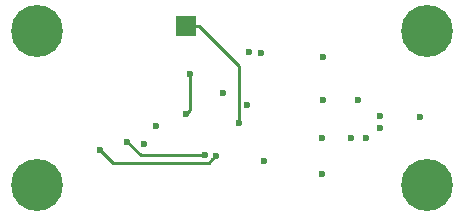
<source format=gbr>
%TF.GenerationSoftware,KiCad,Pcbnew,(6.0.4-0)*%
%TF.CreationDate,2022-07-19T08:11:49-06:00*%
%TF.ProjectId,two-wire-single,74776f2d-7769-4726-952d-73696e676c65,rev?*%
%TF.SameCoordinates,Original*%
%TF.FileFunction,Copper,L2,Inr*%
%TF.FilePolarity,Positive*%
%FSLAX46Y46*%
G04 Gerber Fmt 4.6, Leading zero omitted, Abs format (unit mm)*
G04 Created by KiCad (PCBNEW (6.0.4-0)) date 2022-07-19 08:11:49*
%MOMM*%
%LPD*%
G01*
G04 APERTURE LIST*
%TA.AperFunction,ComponentPad*%
%ADD10C,0.700000*%
%TD*%
%TA.AperFunction,ComponentPad*%
%ADD11C,4.400000*%
%TD*%
%TA.AperFunction,ComponentPad*%
%ADD12R,1.700000X1.700000*%
%TD*%
%TA.AperFunction,ViaPad*%
%ADD13C,0.600000*%
%TD*%
%TA.AperFunction,Conductor*%
%ADD14C,0.250000*%
%TD*%
G04 APERTURE END LIST*
D10*
%TO.N,GNDPWR*%
%TO.C,MH1*%
X101350000Y-84000000D03*
X103000000Y-82350000D03*
X104166726Y-85166726D03*
X104166726Y-82833274D03*
D11*
X103000000Y-84000000D03*
D10*
X104650000Y-84000000D03*
X101833274Y-82833274D03*
X101833274Y-85166726D03*
X103000000Y-85650000D03*
%TD*%
D11*
%TO.N,GNDPWR*%
%TO.C,MH2*%
X136000000Y-84000000D03*
D10*
X137166726Y-82833274D03*
X134350000Y-84000000D03*
X137650000Y-84000000D03*
X137166726Y-85166726D03*
X136000000Y-82350000D03*
X136000000Y-85650000D03*
X134833274Y-85166726D03*
X134833274Y-82833274D03*
%TD*%
%TO.N,GNDPWR*%
%TO.C,MH3*%
X101833274Y-98166726D03*
D11*
X103000000Y-97000000D03*
D10*
X104166726Y-98166726D03*
X101833274Y-95833274D03*
X104166726Y-95833274D03*
X103000000Y-95350000D03*
X104650000Y-97000000D03*
X101350000Y-97000000D03*
X103000000Y-98650000D03*
%TD*%
D11*
%TO.N,GNDPWR*%
%TO.C,MH4*%
X136000000Y-97000000D03*
D10*
X134833274Y-95833274D03*
X134350000Y-97000000D03*
X137650000Y-97000000D03*
X136000000Y-95350000D03*
X137166726Y-98166726D03*
X137166726Y-95833274D03*
X134833274Y-98166726D03*
X136000000Y-98650000D03*
%TD*%
D12*
%TO.N,/Channel1/~{DRDY}*%
%TO.C,J3*%
X115650000Y-83550000D03*
%TD*%
D13*
%TO.N,GND*%
X127250000Y-86150000D03*
X120750000Y-90250000D03*
X112050000Y-93550000D03*
X132050000Y-92200000D03*
X118750000Y-89250000D03*
X122250000Y-94950000D03*
X113050000Y-92050000D03*
%TO.N,/Channel1/AIN1*%
X117201808Y-94501808D03*
X110650000Y-93350000D03*
%TO.N,/Channel1/AIN0*%
X108350000Y-94050000D03*
X118150000Y-94550000D03*
%TO.N,VD*%
X132000000Y-91200000D03*
X127250000Y-89850000D03*
X135450000Y-91250000D03*
X130200000Y-89850000D03*
%TO.N,Net-(C11-Pad2)*%
X115925000Y-87650000D03*
X115625000Y-90975000D03*
%TO.N,/Channel1/A1*%
X120968090Y-85773551D03*
%TO.N,/Channel1/A0*%
X121950000Y-85850000D03*
%TO.N,/Channel1/~{DRDY}*%
X120100000Y-91750000D03*
%TO.N,/sda-tx*%
X129600010Y-93050000D03*
X130850010Y-93050000D03*
%TO.N,/Channel1/sda*%
X127150000Y-93050000D03*
%TO.N,/Channel1/scl*%
X127150000Y-96050000D03*
%TD*%
D14*
%TO.N,/Channel1/AIN1*%
X111801808Y-94501808D02*
X110650000Y-93350000D01*
X117201808Y-94501808D02*
X111801808Y-94501808D01*
%TO.N,/Channel1/AIN0*%
X109426809Y-95126809D02*
X117573191Y-95126809D01*
X108350000Y-94050000D02*
X109426809Y-95126809D01*
X117573191Y-95126809D02*
X117850001Y-94849999D01*
X117850001Y-94849999D02*
X118150000Y-94550000D01*
%TO.N,Net-(C11-Pad2)*%
X115924999Y-90675001D02*
X115625000Y-90975000D01*
X115925000Y-87650000D02*
X115924999Y-90675001D01*
%TO.N,/Channel1/~{DRDY}*%
X120100000Y-91750000D02*
X120100000Y-86900000D01*
X120100000Y-86900000D02*
X116750000Y-83550000D01*
X116750000Y-83550000D02*
X115650000Y-83550000D01*
%TD*%
M02*

</source>
